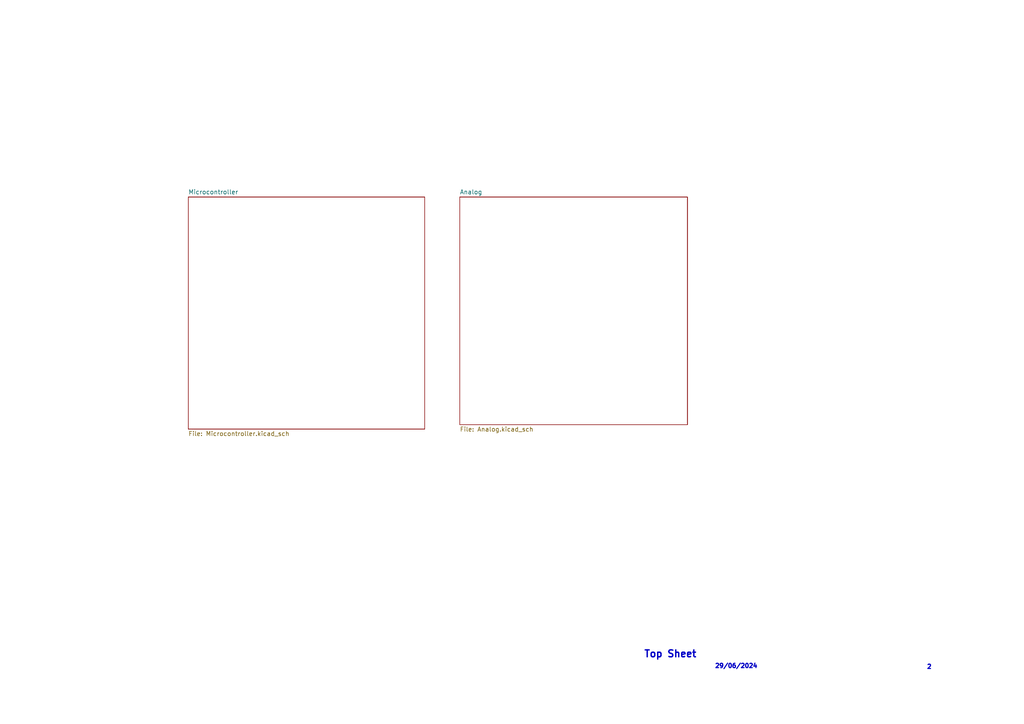
<source format=kicad_sch>
(kicad_sch (version 20230121) (generator eeschema)
  (paper "A4")
  (lib_symbols)
  (text "Top Sheet" (at 186.69 191.008 0) (effects (font (size 2 2) (thickness 0.4) bold) (justify left bottom)))
  (text "29/06/2024" (at 207.264 194.056 0) (effects (font (size 1.25 1.25) (thickness 0.4) bold) (justify left bottom)))
  (text "2" (at 268.732 194.31 0) (effects (font (size 1.25 1.25) (thickness 0.4) bold) (justify left bottom)))
  (sheet (at 54.61 57.15) (size 68.58 67.31) (stroke (width 0.1524))
    (property "Sheetname" "Microcontroller" (at 54.61 56.4384 0) (effects (justify left bottom)))
    (property "Sheetfile" "Microcontroller.kicad_sch" (at 54.61 125.0446 0) (effects (justify left top)))
  )
  (sheet (at 133.35 57.15) (size 66.04 66.04) (stroke (width 0.1524))
    (property "Sheetname" "Analog" (at 133.35 56.4384 0) (effects (justify left bottom)))
    (property "Sheetfile" "Analog.kicad_sch" (at 133.35 123.7746 0) (effects (justify left top)))
  )
)
</source>
